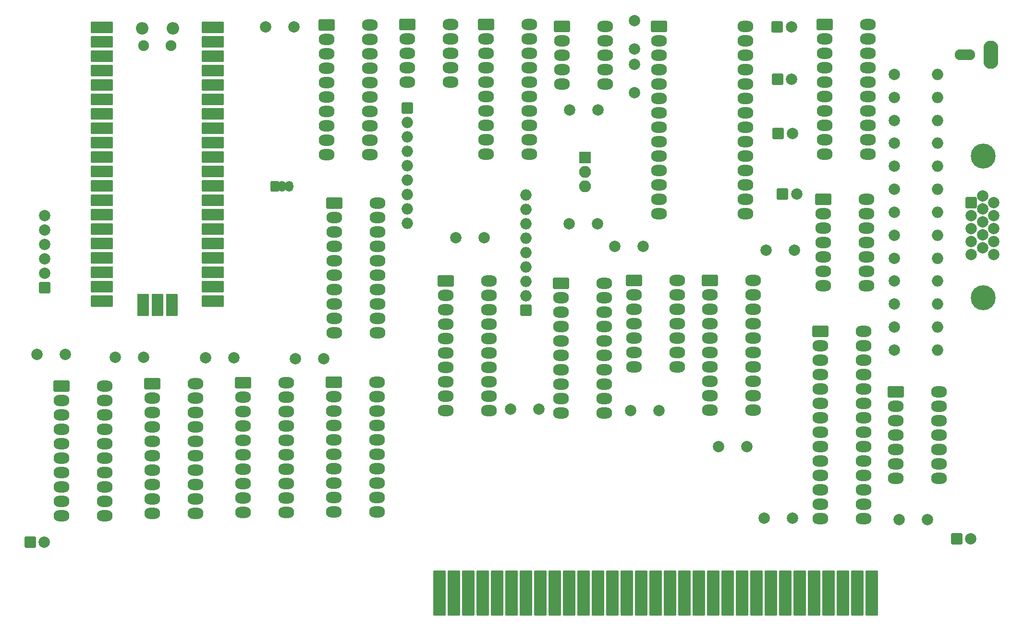
<source format=gbr>
%TF.GenerationSoftware,KiCad,Pcbnew,9.0.2*%
%TF.CreationDate,2026-01-18T17:28:16-06:00*%
%TF.ProjectId,video,76696465-6f2e-46b6-9963-61645f706362,V0.9*%
%TF.SameCoordinates,Original*%
%TF.FileFunction,Soldermask,Top*%
%TF.FilePolarity,Negative*%
%FSLAX46Y46*%
G04 Gerber Fmt 4.6, Leading zero omitted, Abs format (unit mm)*
G04 Created by KiCad (PCBNEW 9.0.2) date 2026-01-18 17:28:16*
%MOMM*%
%LPD*%
G01*
G04 APERTURE LIST*
G04 Aperture macros list*
%AMRoundRect*
0 Rectangle with rounded corners*
0 $1 Rounding radius*
0 $2 $3 $4 $5 $6 $7 $8 $9 X,Y pos of 4 corners*
0 Add a 4 corners polygon primitive as box body*
4,1,4,$2,$3,$4,$5,$6,$7,$8,$9,$2,$3,0*
0 Add four circle primitives for the rounded corners*
1,1,$1+$1,$2,$3*
1,1,$1+$1,$4,$5*
1,1,$1+$1,$6,$7*
1,1,$1+$1,$8,$9*
0 Add four rect primitives between the rounded corners*
20,1,$1+$1,$2,$3,$4,$5,0*
20,1,$1+$1,$4,$5,$6,$7,0*
20,1,$1+$1,$6,$7,$8,$9,0*
20,1,$1+$1,$8,$9,$2,$3,0*%
G04 Aperture macros list end*
%ADD10RoundRect,0.200000X-1.200000X-0.800000X1.200000X-0.800000X1.200000X0.800000X-1.200000X0.800000X0*%
%ADD11O,2.800000X2.000000*%
%ADD12RoundRect,0.200000X-0.525000X-0.750000X0.525000X-0.750000X0.525000X0.750000X-0.525000X0.750000X0*%
%ADD13O,1.450000X1.900000*%
%ADD14RoundRect,0.200000X-0.800000X-0.800000X0.800000X-0.800000X0.800000X0.800000X-0.800000X0.800000X0*%
%ADD15C,2.000000*%
%ADD16O,2.000000X2.000000*%
%ADD17RoundRect,0.200000X-0.800000X0.800000X-0.800000X-0.800000X0.800000X-0.800000X0.800000X0.800000X0*%
%ADD18C,4.400000*%
%ADD19RoundRect,0.200000X0.800000X-0.800000X0.800000X0.800000X-0.800000X0.800000X-0.800000X-0.800000X0*%
%ADD20RoundRect,0.200000X-0.890000X-3.810000X0.890000X-3.810000X0.890000X3.810000X-0.890000X3.810000X0*%
%ADD21RoundRect,0.200000X-0.850000X-0.850000X0.850000X-0.850000X0.850000X0.850000X-0.850000X0.850000X0*%
%ADD22O,2.100000X2.100000*%
%ADD23O,2.604000X5.004000*%
%ADD24O,3.604000X1.904000*%
%ADD25O,2.200000X2.200000*%
%ADD26O,1.900000X1.900000*%
%ADD27RoundRect,0.200000X-1.750000X-0.850000X1.750000X-0.850000X1.750000X0.850000X-1.750000X0.850000X0*%
%ADD28RoundRect,0.200000X0.850000X-1.750000X0.850000X1.750000X-0.850000X1.750000X-0.850000X-1.750000X0*%
G04 APERTURE END LIST*
D10*
%TO.C,U6*%
X161620000Y-87290000D03*
D11*
X161620000Y-89830000D03*
X161620000Y-92370000D03*
X161620000Y-94910000D03*
X161620000Y-97450000D03*
X161620000Y-99990000D03*
X161620000Y-102530000D03*
X161620000Y-105070000D03*
X161620000Y-107610000D03*
X161620000Y-110150000D03*
X169240000Y-110150000D03*
X169240000Y-107610000D03*
X169240000Y-105070000D03*
X169240000Y-102530000D03*
X169240000Y-99990000D03*
X169240000Y-97450000D03*
X169240000Y-94910000D03*
X169240000Y-92370000D03*
X169240000Y-89830000D03*
X169240000Y-87290000D03*
%TD*%
D10*
%TO.C,U2*%
X148320000Y-87300000D03*
D11*
X148320000Y-89840000D03*
X148320000Y-92380000D03*
X148320000Y-94920000D03*
X148320000Y-97460000D03*
X148320000Y-100000000D03*
X148320000Y-102540000D03*
X155940000Y-102540000D03*
X155940000Y-100000000D03*
X155940000Y-97460000D03*
X155940000Y-94920000D03*
X155940000Y-92380000D03*
X155940000Y-89840000D03*
X155940000Y-87300000D03*
%TD*%
D10*
%TO.C,U40*%
X181170000Y-96270000D03*
D11*
X181170000Y-98810000D03*
X181170000Y-101350000D03*
X181170000Y-103890000D03*
X181170000Y-106430000D03*
X181170000Y-108970000D03*
X181170000Y-111510000D03*
X181170000Y-114050000D03*
X181170000Y-116590000D03*
X181170000Y-119130000D03*
X181170000Y-121670000D03*
X181170000Y-124210000D03*
X181170000Y-126750000D03*
X181170000Y-129290000D03*
X188790000Y-129290000D03*
X188790000Y-126750000D03*
X188790000Y-124210000D03*
X188790000Y-121670000D03*
X188790000Y-119130000D03*
X188790000Y-116590000D03*
X188790000Y-114050000D03*
X188790000Y-111510000D03*
X188790000Y-108970000D03*
X188790000Y-106430000D03*
X188790000Y-103890000D03*
X188790000Y-101350000D03*
X188790000Y-98810000D03*
X188790000Y-96270000D03*
%TD*%
D10*
%TO.C,U5*%
X95490000Y-73680000D03*
D11*
X95490000Y-76220000D03*
X95490000Y-78760000D03*
X95490000Y-81300000D03*
X95490000Y-83840000D03*
X95490000Y-86380000D03*
X95490000Y-88920000D03*
X95490000Y-91460000D03*
X95490000Y-94000000D03*
X95490000Y-96540000D03*
X103110000Y-96540000D03*
X103110000Y-94000000D03*
X103110000Y-91460000D03*
X103110000Y-88920000D03*
X103110000Y-86380000D03*
X103110000Y-83840000D03*
X103110000Y-81300000D03*
X103110000Y-78760000D03*
X103110000Y-76220000D03*
X103110000Y-73680000D03*
%TD*%
D10*
%TO.C,U4*%
X95330000Y-105260000D03*
D11*
X95330000Y-107800000D03*
X95330000Y-110340000D03*
X95330000Y-112880000D03*
X95330000Y-115420000D03*
X95330000Y-117960000D03*
X95330000Y-120500000D03*
X95330000Y-123040000D03*
X95330000Y-125580000D03*
X95330000Y-128120000D03*
X102950000Y-128120000D03*
X102950000Y-125580000D03*
X102950000Y-123040000D03*
X102950000Y-120500000D03*
X102950000Y-117960000D03*
X102950000Y-115420000D03*
X102950000Y-112880000D03*
X102950000Y-110340000D03*
X102950000Y-107800000D03*
X102950000Y-105260000D03*
%TD*%
D10*
%TO.C,U9*%
X94130000Y-42280000D03*
D11*
X94130000Y-44820000D03*
X94130000Y-47360000D03*
X94130000Y-49900000D03*
X94130000Y-52440000D03*
X94130000Y-54980000D03*
X94130000Y-57520000D03*
X94130000Y-60060000D03*
X94130000Y-62600000D03*
X94130000Y-65140000D03*
X101750000Y-65140000D03*
X101750000Y-62600000D03*
X101750000Y-60060000D03*
X101750000Y-57520000D03*
X101750000Y-54980000D03*
X101750000Y-52440000D03*
X101750000Y-49900000D03*
X101750000Y-47360000D03*
X101750000Y-44820000D03*
X101750000Y-42280000D03*
%TD*%
D10*
%TO.C,U16*%
X152680000Y-42470000D03*
D11*
X152680000Y-45010000D03*
X152680000Y-47550000D03*
X152680000Y-50090000D03*
X152680000Y-52630000D03*
X152680000Y-55170000D03*
X152680000Y-57710000D03*
X152680000Y-60250000D03*
X152680000Y-62790000D03*
X152680000Y-65330000D03*
X152680000Y-67870000D03*
X152680000Y-70410000D03*
X152680000Y-72950000D03*
X152680000Y-75490000D03*
X167920000Y-75490000D03*
X167920000Y-72950000D03*
X167920000Y-70410000D03*
X167920000Y-67870000D03*
X167920000Y-65330000D03*
X167920000Y-62790000D03*
X167920000Y-60250000D03*
X167920000Y-57710000D03*
X167920000Y-55170000D03*
X167920000Y-52630000D03*
X167920000Y-50090000D03*
X167920000Y-47550000D03*
X167920000Y-45010000D03*
X167920000Y-42470000D03*
%TD*%
D12*
%TO.C,U1*%
X84984000Y-70670000D03*
D13*
X86254000Y-70670000D03*
X87524000Y-70670000D03*
%TD*%
D14*
%TO.C,C39*%
X173580000Y-51840000D03*
D15*
X176080000Y-51840000D03*
%TD*%
D10*
%TO.C,U7*%
X122170000Y-42150000D03*
D11*
X122170000Y-44690000D03*
X122170000Y-47230000D03*
X122170000Y-49770000D03*
X122170000Y-52310000D03*
X122170000Y-54850000D03*
X122170000Y-57390000D03*
X122170000Y-59930000D03*
X122170000Y-62470000D03*
X122170000Y-65010000D03*
X129790000Y-65010000D03*
X129790000Y-62470000D03*
X129790000Y-59930000D03*
X129790000Y-57390000D03*
X129790000Y-54850000D03*
X129790000Y-52310000D03*
X129790000Y-49770000D03*
X129790000Y-47230000D03*
X129790000Y-44690000D03*
X129790000Y-42150000D03*
%TD*%
D14*
%TO.C,C14*%
X41820000Y-133400000D03*
D15*
X44320000Y-133400000D03*
%TD*%
%TO.C,C4*%
X147710000Y-110270000D03*
X152710000Y-110270000D03*
%TD*%
%TO.C,R22*%
X194130000Y-67170000D03*
D16*
X201750000Y-67170000D03*
%TD*%
D10*
%TO.C,U32*%
X63323300Y-105460000D03*
D11*
X63323300Y-108000000D03*
X63323300Y-110540000D03*
X63323300Y-113080000D03*
X63323300Y-115620000D03*
X63323300Y-118160000D03*
X63323300Y-120700000D03*
X63323300Y-123240000D03*
X63323300Y-125780000D03*
X63323300Y-128320000D03*
X70943300Y-128320000D03*
X70943300Y-125780000D03*
X70943300Y-123240000D03*
X70943300Y-120700000D03*
X70943300Y-118160000D03*
X70943300Y-115620000D03*
X70943300Y-113080000D03*
X70943300Y-110540000D03*
X70943300Y-108000000D03*
X70943300Y-105460000D03*
%TD*%
D15*
%TO.C,R23*%
X194130000Y-71220000D03*
D16*
X201750000Y-71220000D03*
%TD*%
D17*
%TO.C,RR1*%
X108310000Y-56890000D03*
D16*
X108310000Y-59430000D03*
X108310000Y-61970000D03*
X108310000Y-64510000D03*
X108310000Y-67050000D03*
X108310000Y-69590000D03*
X108310000Y-72130000D03*
X108310000Y-74670000D03*
X108310000Y-77210000D03*
%TD*%
D15*
%TO.C,C45*%
X171540000Y-81980000D03*
X176540000Y-81980000D03*
%TD*%
D10*
%TO.C,U3*%
X194440000Y-106920000D03*
D11*
X194440000Y-109460000D03*
X194440000Y-112000000D03*
X194440000Y-114540000D03*
X194440000Y-117080000D03*
X194440000Y-119620000D03*
X194440000Y-122160000D03*
X202060000Y-122160000D03*
X202060000Y-119620000D03*
X202060000Y-117080000D03*
X202060000Y-114540000D03*
X202060000Y-112000000D03*
X202060000Y-109460000D03*
X202060000Y-106920000D03*
%TD*%
D15*
%TO.C,C3*%
X116886000Y-79724000D03*
X121886000Y-79724000D03*
%TD*%
D18*
%TO.C,J11*%
X209800000Y-90370000D03*
X209800000Y-65370000D03*
D19*
X207750000Y-73555000D03*
D15*
X207750000Y-75845000D03*
X207750000Y-78135000D03*
X207750000Y-80425000D03*
X207750000Y-82715000D03*
X209730000Y-72410000D03*
X209730000Y-74700000D03*
X209730000Y-76990000D03*
X209730000Y-79280000D03*
X209730000Y-81570000D03*
X211710000Y-73555000D03*
X211710000Y-75845000D03*
X211710000Y-78135000D03*
X211710000Y-80425000D03*
X211710000Y-82715000D03*
%TD*%
%TO.C,C37*%
X83380000Y-42630000D03*
X88380000Y-42630000D03*
%TD*%
%TO.C,C7*%
X136920000Y-57250000D03*
X141920000Y-57250000D03*
%TD*%
D10*
%TO.C,P3*%
X181670000Y-72980000D03*
D11*
X181670000Y-75520000D03*
X181670000Y-78060000D03*
X181670000Y-80600000D03*
X181670000Y-83140000D03*
X181670000Y-85680000D03*
X181670000Y-88220000D03*
X189290000Y-88220000D03*
X189290000Y-85680000D03*
X189290000Y-83140000D03*
X189290000Y-80600000D03*
X189290000Y-78060000D03*
X189290000Y-75520000D03*
X189290000Y-72980000D03*
%TD*%
D14*
%TO.C,C43*%
X173707000Y-61353000D03*
D15*
X176207000Y-61353000D03*
%TD*%
%TO.C,R3*%
X194130000Y-55020000D03*
D16*
X201750000Y-55020000D03*
%TD*%
D20*
%TO.C,J6*%
X190220600Y-142443200D03*
X187680600Y-142443200D03*
X185140600Y-142443200D03*
X182600600Y-142443200D03*
X180060600Y-142443200D03*
X177520600Y-142443200D03*
X174980600Y-142443200D03*
X172440600Y-142443200D03*
X169900600Y-142443200D03*
X167360600Y-142443200D03*
X164820600Y-142443200D03*
X162280600Y-142443200D03*
X159740600Y-142443200D03*
X157200600Y-142443200D03*
X154660600Y-142443200D03*
X152120600Y-142443200D03*
X149580600Y-142443200D03*
X147040600Y-142443200D03*
X144500600Y-142443200D03*
X141960600Y-142443200D03*
X139420600Y-142443200D03*
X136880600Y-142443200D03*
X134340600Y-142443200D03*
X131800600Y-142443200D03*
X129260600Y-142443200D03*
X126720600Y-142443200D03*
X124180600Y-142443200D03*
X121640600Y-142443200D03*
X119100600Y-142443200D03*
X116560600Y-142443200D03*
X114020600Y-142443200D03*
%TD*%
D15*
%TO.C,C42*%
X148326000Y-41496000D03*
X148326000Y-46496000D03*
%TD*%
%TO.C,R26*%
X194130000Y-83370000D03*
D16*
X201750000Y-83370000D03*
%TD*%
D15*
%TO.C,R27*%
X194130000Y-87420000D03*
D16*
X201750000Y-87420000D03*
%TD*%
D15*
%TO.C,R25*%
X194130000Y-79320000D03*
D16*
X201750000Y-79320000D03*
%TD*%
D10*
%TO.C,U34*%
X47320000Y-105890000D03*
D11*
X47320000Y-108430000D03*
X47320000Y-110970000D03*
X47320000Y-113510000D03*
X47320000Y-116050000D03*
X47320000Y-118590000D03*
X47320000Y-121130000D03*
X47320000Y-123670000D03*
X47320000Y-126210000D03*
X47320000Y-128750000D03*
X54940000Y-128750000D03*
X54940000Y-126210000D03*
X54940000Y-123670000D03*
X54940000Y-121130000D03*
X54940000Y-118590000D03*
X54940000Y-116050000D03*
X54940000Y-113510000D03*
X54940000Y-110970000D03*
X54940000Y-108430000D03*
X54940000Y-105890000D03*
%TD*%
D19*
%TO.C,RN1*%
X44390000Y-88570000D03*
D15*
X44390000Y-86030000D03*
X44390000Y-83490000D03*
X44390000Y-80950000D03*
X44390000Y-78410000D03*
X44390000Y-75870000D03*
%TD*%
%TO.C,C10*%
X88570000Y-101100000D03*
X93570000Y-101100000D03*
%TD*%
%TO.C,C12*%
X195050000Y-129480000D03*
X200050000Y-129480000D03*
%TD*%
D10*
%TO.C,U20*%
X181890000Y-42160000D03*
D11*
X181890000Y-44700000D03*
X181890000Y-47240000D03*
X181890000Y-49780000D03*
X181890000Y-52320000D03*
X181890000Y-54860000D03*
X181890000Y-57400000D03*
X181890000Y-59940000D03*
X181890000Y-62480000D03*
X181890000Y-65020000D03*
X189510000Y-65020000D03*
X189510000Y-62480000D03*
X189510000Y-59940000D03*
X189510000Y-57400000D03*
X189510000Y-54860000D03*
X189510000Y-52320000D03*
X189510000Y-49780000D03*
X189510000Y-47240000D03*
X189510000Y-44700000D03*
X189510000Y-42160000D03*
%TD*%
D15*
%TO.C,R24*%
X194130000Y-75270000D03*
D16*
X201750000Y-75270000D03*
%TD*%
D15*
%TO.C,R1*%
X194130000Y-50970000D03*
D16*
X201750000Y-50970000D03*
%TD*%
D15*
%TO.C,R31*%
X194130000Y-99570000D03*
D16*
X201750000Y-99570000D03*
%TD*%
D10*
%TO.C,U18*%
X135430000Y-87840000D03*
D11*
X135430000Y-90380000D03*
X135430000Y-92920000D03*
X135430000Y-95460000D03*
X135430000Y-98000000D03*
X135430000Y-100540000D03*
X135430000Y-103080000D03*
X135430000Y-105620000D03*
X135430000Y-108160000D03*
X135430000Y-110700000D03*
X143050000Y-110700000D03*
X143050000Y-108160000D03*
X143050000Y-105620000D03*
X143050000Y-103080000D03*
X143050000Y-100540000D03*
X143050000Y-98000000D03*
X143050000Y-95460000D03*
X143050000Y-92920000D03*
X143050000Y-90380000D03*
X143050000Y-87840000D03*
%TD*%
D15*
%TO.C,C6*%
X171240000Y-129240000D03*
X176240000Y-129240000D03*
%TD*%
%TO.C,C44*%
X136816000Y-77324000D03*
X141816000Y-77324000D03*
%TD*%
D14*
%TO.C,C13*%
X205149000Y-132835000D03*
D15*
X207649000Y-132835000D03*
%TD*%
%TO.C,R28*%
X194130000Y-91470000D03*
D16*
X201750000Y-91470000D03*
%TD*%
D21*
%TO.C,JP3*%
X139678000Y-65658000D03*
D22*
X139678000Y-68198000D03*
X139678000Y-70738000D03*
%TD*%
D15*
%TO.C,C1*%
X72720000Y-100890000D03*
X77720000Y-100890000D03*
%TD*%
D14*
%TO.C,C50*%
X174444900Y-72040000D03*
D15*
X176944900Y-72040000D03*
%TD*%
D19*
%TO.C,RN2*%
X129220000Y-92540000D03*
D16*
X129220000Y-90000000D03*
X129220000Y-87460000D03*
X129220000Y-84920000D03*
X129220000Y-82380000D03*
X129220000Y-79840000D03*
X129220000Y-77300000D03*
X129220000Y-74760000D03*
X129220000Y-72220000D03*
%TD*%
D15*
%TO.C,C8*%
X144910000Y-81320000D03*
X149910000Y-81320000D03*
%TD*%
%TO.C,R29*%
X194130000Y-95520000D03*
D16*
X201750000Y-95520000D03*
%TD*%
D15*
%TO.C,C2*%
X43000000Y-100350000D03*
X48000000Y-100350000D03*
%TD*%
D10*
%TO.C,SW2*%
X108290000Y-42140000D03*
D11*
X108290000Y-44680000D03*
X108290000Y-47220000D03*
X108290000Y-49760000D03*
X108290000Y-52300000D03*
X115910000Y-52300000D03*
X115910000Y-49760000D03*
X115910000Y-47220000D03*
X115910000Y-44680000D03*
X115910000Y-42140000D03*
%TD*%
D15*
%TO.C,R4*%
X194130000Y-59070000D03*
D16*
X201750000Y-59070000D03*
%TD*%
D10*
%TO.C,SW1*%
X135620000Y-42510000D03*
D11*
X135620000Y-45050000D03*
X135620000Y-47590000D03*
X135620000Y-50130000D03*
X135620000Y-52670000D03*
X143240000Y-52670000D03*
X143240000Y-50130000D03*
X143240000Y-47590000D03*
X143240000Y-45050000D03*
X143240000Y-42510000D03*
%TD*%
D15*
%TO.C,R5*%
X194130000Y-63120000D03*
D16*
X201750000Y-63120000D03*
%TD*%
D23*
%TO.C,J24*%
X211150000Y-47480000D03*
D24*
X206650000Y-47480000D03*
%TD*%
D10*
%TO.C,U19*%
X115062000Y-87376000D03*
D11*
X115062000Y-89916000D03*
X115062000Y-92456000D03*
X115062000Y-94996000D03*
X115062000Y-97536000D03*
X115062000Y-100076000D03*
X115062000Y-102616000D03*
X115062000Y-105156000D03*
X115062000Y-107696000D03*
X115062000Y-110236000D03*
X122682000Y-110236000D03*
X122682000Y-107696000D03*
X122682000Y-105156000D03*
X122682000Y-102616000D03*
X122682000Y-100076000D03*
X122682000Y-97536000D03*
X122682000Y-94996000D03*
X122682000Y-92456000D03*
X122682000Y-89916000D03*
X122682000Y-87376000D03*
%TD*%
D15*
%TO.C,C5*%
X126538000Y-110006000D03*
X131538000Y-110006000D03*
%TD*%
D10*
%TO.C,U33*%
X79326700Y-105330000D03*
D11*
X79326700Y-107870000D03*
X79326700Y-110410000D03*
X79326700Y-112950000D03*
X79326700Y-115490000D03*
X79326700Y-118030000D03*
X79326700Y-120570000D03*
X79326700Y-123110000D03*
X79326700Y-125650000D03*
X79326700Y-128190000D03*
X86946700Y-128190000D03*
X86946700Y-125650000D03*
X86946700Y-123110000D03*
X86946700Y-120570000D03*
X86946700Y-118030000D03*
X86946700Y-115490000D03*
X86946700Y-112950000D03*
X86946700Y-110410000D03*
X86946700Y-107870000D03*
X86946700Y-105330000D03*
%TD*%
D15*
%TO.C,C9*%
X163200000Y-116550000D03*
X168200000Y-116550000D03*
%TD*%
%TO.C,C46*%
X148376000Y-49206000D03*
X148376000Y-54206000D03*
%TD*%
D14*
%TO.C,C38*%
X173530000Y-42620000D03*
D15*
X176030000Y-42620000D03*
%TD*%
%TO.C,C11*%
X56810000Y-100820000D03*
X61810000Y-100820000D03*
%TD*%
D25*
%TO.C,U36*%
X61545000Y-42830000D03*
D26*
X61845000Y-45860000D03*
X66695000Y-45860000D03*
D25*
X66995000Y-42830000D03*
D22*
X55380000Y-42700000D03*
D27*
X54480000Y-42700000D03*
D22*
X55380000Y-45240000D03*
D27*
X54480000Y-45240000D03*
D21*
X55380000Y-47780000D03*
D27*
X54480000Y-47780000D03*
D22*
X55380000Y-50320000D03*
D27*
X54480000Y-50320000D03*
D22*
X55380000Y-52860000D03*
D27*
X54480000Y-52860000D03*
D22*
X55380000Y-55400000D03*
D27*
X54480000Y-55400000D03*
D22*
X55380000Y-57940000D03*
D27*
X54480000Y-57940000D03*
D21*
X55380000Y-60480000D03*
D27*
X54480000Y-60480000D03*
D22*
X55380000Y-63020000D03*
D27*
X54480000Y-63020000D03*
D22*
X55380000Y-65560000D03*
D27*
X54480000Y-65560000D03*
D22*
X55380000Y-68100000D03*
D27*
X54480000Y-68100000D03*
D22*
X55380000Y-70640000D03*
D27*
X54480000Y-70640000D03*
D21*
X55380000Y-73180000D03*
D27*
X54480000Y-73180000D03*
D22*
X55380000Y-75720000D03*
D27*
X54480000Y-75720000D03*
D22*
X55380000Y-78260000D03*
D27*
X54480000Y-78260000D03*
D22*
X55380000Y-80800000D03*
D27*
X54480000Y-80800000D03*
D22*
X55380000Y-83340000D03*
D27*
X54480000Y-83340000D03*
D21*
X55380000Y-85880000D03*
D27*
X54480000Y-85880000D03*
D22*
X55380000Y-88420000D03*
D27*
X54480000Y-88420000D03*
D22*
X55380000Y-90960000D03*
D27*
X54480000Y-90960000D03*
D22*
X73160000Y-90960000D03*
D27*
X74060000Y-90960000D03*
D22*
X73160000Y-88420000D03*
D27*
X74060000Y-88420000D03*
D21*
X73160000Y-85880000D03*
D27*
X74060000Y-85880000D03*
D22*
X73160000Y-83340000D03*
D27*
X74060000Y-83340000D03*
D22*
X73160000Y-80800000D03*
D27*
X74060000Y-80800000D03*
D22*
X73160000Y-78260000D03*
D27*
X74060000Y-78260000D03*
D22*
X73160000Y-75720000D03*
D27*
X74060000Y-75720000D03*
D21*
X73160000Y-73180000D03*
D27*
X74060000Y-73180000D03*
D22*
X73160000Y-70640000D03*
D27*
X74060000Y-70640000D03*
D22*
X73160000Y-68100000D03*
D27*
X74060000Y-68100000D03*
D22*
X73160000Y-65560000D03*
D27*
X74060000Y-65560000D03*
D22*
X73160000Y-63020000D03*
D27*
X74060000Y-63020000D03*
D21*
X73160000Y-60480000D03*
D27*
X74060000Y-60480000D03*
D22*
X73160000Y-57940000D03*
D27*
X74060000Y-57940000D03*
D22*
X73160000Y-55400000D03*
D27*
X74060000Y-55400000D03*
D22*
X73160000Y-52860000D03*
D27*
X74060000Y-52860000D03*
D22*
X73160000Y-50320000D03*
D27*
X74060000Y-50320000D03*
D21*
X73160000Y-47780000D03*
D27*
X74060000Y-47780000D03*
D22*
X73160000Y-45240000D03*
D27*
X74060000Y-45240000D03*
D22*
X73160000Y-42700000D03*
D27*
X74060000Y-42700000D03*
D22*
X61730000Y-90730000D03*
D28*
X61730000Y-91630000D03*
D21*
X64270000Y-90730000D03*
D28*
X64270000Y-91630000D03*
D22*
X66810000Y-90730000D03*
D28*
X66810000Y-91630000D03*
%TD*%
M02*

</source>
